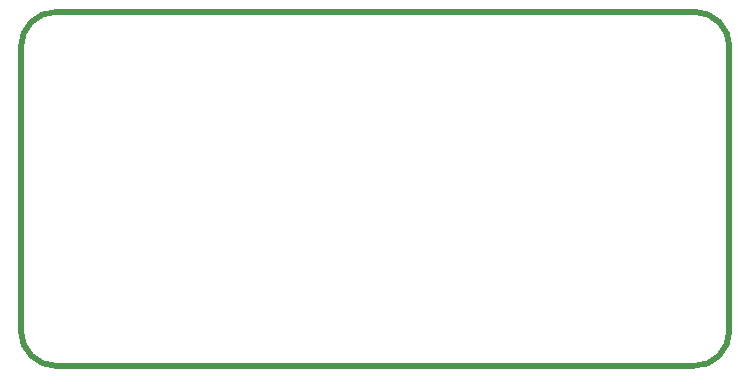
<source format=gm1>
G04*
G04 #@! TF.GenerationSoftware,Altium Limited,Altium Designer,23.3.1 (30)*
G04*
G04 Layer_Color=16711935*
%FSLAX44Y44*%
%MOMM*%
G71*
G04*
G04 #@! TF.SameCoordinates,3D1257D7-4C2A-4C7C-83D6-A3DF8429B7D0*
G04*
G04*
G04 #@! TF.FilePolarity,Positive*
G04*
G01*
G75*
%ADD15C,0.5000*%
D15*
X30000Y300000D02*
G03*
X0Y270000I0J-30000D01*
G01*
Y30000D02*
G03*
X30000Y0I30000J0D01*
G01*
X570000D02*
G03*
X600000Y30000I0J30000D01*
G01*
Y270000D02*
G03*
X570000Y300000I-30000J0D01*
G01*
X0Y30000D02*
Y270000D01*
X30000Y300000D02*
X570000D01*
X600000Y30000D02*
Y270000D01*
X30000Y0D02*
X570000D01*
M02*

</source>
